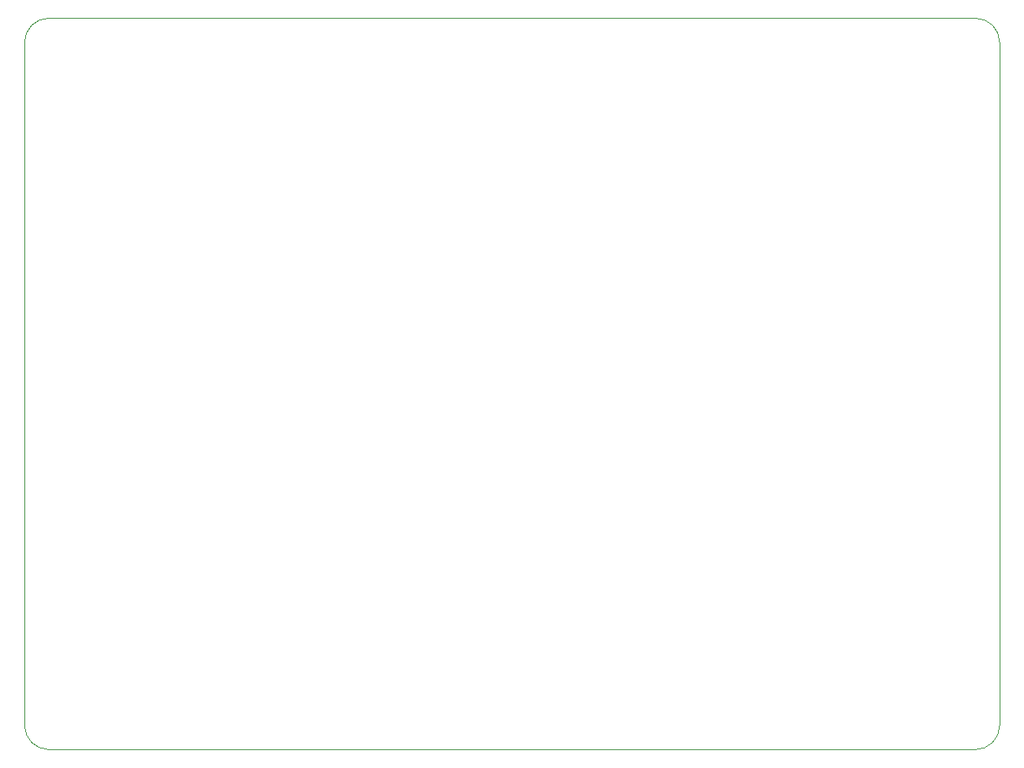
<source format=gbr>
%TF.GenerationSoftware,Altium Limited,Altium Designer,19.1.9 (167)*%
G04 Layer_Color=0*
%FSLAX26Y26*%
%MOIN*%
%TF.FileFunction,Profile,NP*%
%TF.Part,Single*%
G01*
G75*
%TA.AperFunction,Profile*%
%ADD67C,0.001000*%
D67*
X0Y100000D02*
G03*
X100000Y0I100000J0D01*
G01*
X140000D01*
X3900000Y0D01*
D02*
G03*
X4000000Y100000I0J100000D01*
G01*
X4000000Y2900000D01*
D02*
G03*
X3900000Y3000000I-100000J0D01*
G01*
X100000Y3000000D01*
D02*
G03*
X0Y2900000I-0J-100000D01*
G01*
Y100000D01*
%TF.MD5,a347b10f4e7431b4fc33f6f93f8b6dbe*%
M02*

</source>
